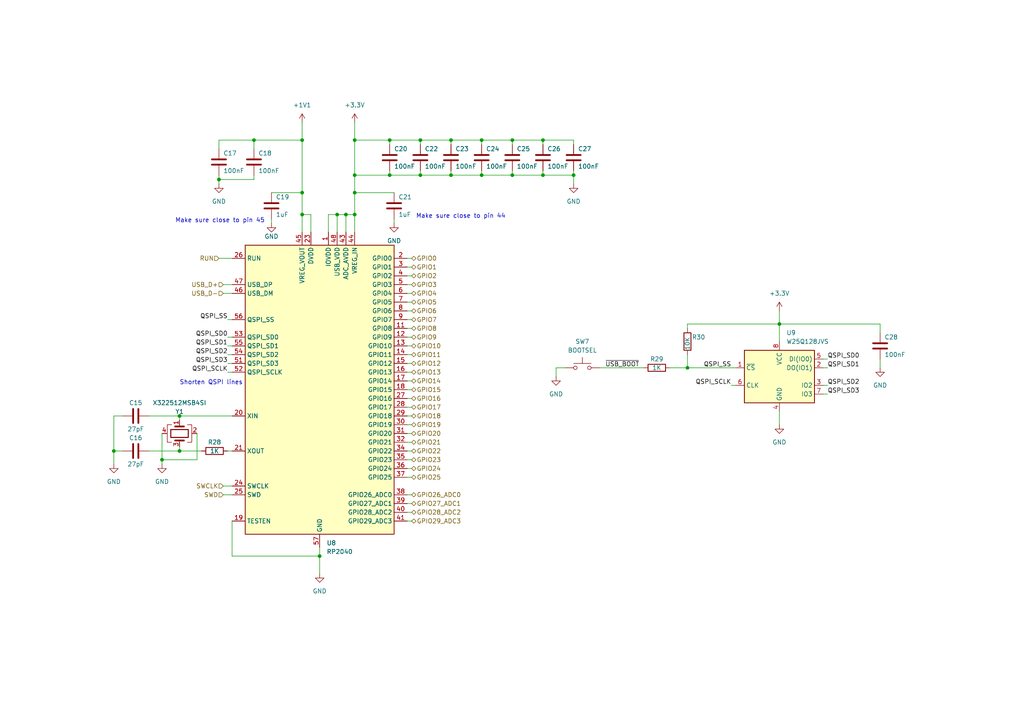
<source format=kicad_sch>
(kicad_sch (version 20211123) (generator eeschema)
  (paper "A4")
  (lib_symbols
    (symbol "Device:C" (pin_numbers hide) (pin_names (offset 0.254))
      (property "Reference" "C" (at 0.635 2.54 0))
      (property "Value" "C" (at 0.635 -2.54 0))
      (symbol "C_0_1"
        (polyline (pts (xy -2.032 -0.762) (xy 2.032 -0.762)) (stroke (width 0.508)))
        (polyline (pts (xy -2.032 0.762) (xy 2.032 0.762)) (stroke (width 0.508)))
      )
      (symbol "C_1_1"
        (pin passive line (at 0 3.81 270) (length 2.794) (name "~") (number "1"))
        (pin passive line (at 0 -3.81 90) (length 2.794) (name "~") (number "2"))
      )
    )
    (symbol "Device:Crystal_GND24" (pin_names (offset 1.016) hide)
      (property "Reference" "Y" (at 3.175 5.08 0))
      (property "Value" "Crystal_GND24" (at 3.175 3.175 0))
      (symbol "Crystal_GND24_0_1"
        (rectangle (start -1.143 2.54) (end 1.143 -2.54) (stroke (width 0.3048)))
        (polyline (pts (xy -2.54 0) (xy -2.032 0)))
        (polyline (pts (xy -2.032 -1.27) (xy -2.032 1.27)) (stroke (width 0.508)))
        (polyline (pts (xy 0 -3.81) (xy 0 -3.556)))
        (polyline (pts (xy 0 3.556) (xy 0 3.81)))
        (polyline (pts (xy 2.032 -1.27) (xy 2.032 1.27)) (stroke (width 0.508)))
        (polyline (pts (xy 2.032 0) (xy 2.54 0)))
        (polyline (pts (xy -2.54 -2.286) (xy -2.54 -3.556) (xy 2.54 -3.556) (xy 2.54 -2.286)))
        (polyline (pts (xy -2.54 2.286) (xy -2.54 3.556) (xy 2.54 3.556) (xy 2.54 2.286)))
      )
      (symbol "Crystal_GND24_1_1"
        (pin passive line (at -3.81 0 0) (length 1.27) (name "1") (number "1"))
        (pin passive line (at 0 5.08 270) (length 1.27) (name "2") (number "2"))
        (pin passive line (at 3.81 0 180) (length 1.27) (name "3") (number "3"))
        (pin passive line (at 0 -5.08 90) (length 1.27) (name "4") (number "4"))
      )
    )
    (symbol "Device:R" (pin_numbers hide) (pin_names (offset 0))
      (property "Reference" "R" (at 2.032 0 90))
      (property "Value" "R" (at 0 0 90))
      (symbol "R_0_1"
        (rectangle (start -1.016 -2.54) (end 1.016 2.54) (stroke (width 0.254)))
      )
      (symbol "R_1_1"
        (pin passive line (at 0 3.81 270) (length 1.27) (name "~") (number "1"))
        (pin passive line (at 0 -3.81 90) (length 1.27) (name "~") (number "2"))
      )
    )
    (symbol "MCU_RaspberryPi:RP2040"
      (property "Reference" "U" (at 17.78 45.72 0))
      (property "Value" "RP2040" (at 17.78 43.18 0))
      (symbol "RP2040_0_1"
        (rectangle (start -21.59 41.91) (end 21.59 -41.91) (stroke (width 0.254)) (fill (type background)))
      )
      (symbol "RP2040_1_1"
        (pin power_in line (at 2.54 45.72 270) (length 3.81) (name "IOVDD") (number "1"))
        (pin passive line (at 2.54 45.72 270) (length 3.81) hide (name "IOVDD") (number "10"))
        (pin bidirectional line (at 25.4 17.78 180) (length 3.81) (name "GPIO8") (number "11"))
        (pin bidirectional line (at 25.4 15.24 180) (length 3.81) (name "GPIO9") (number "12"))
        (pin bidirectional line (at 25.4 12.7 180) (length 3.81) (name "GPIO10") (number "13"))
        (pin bidirectional line (at 25.4 10.16 180) (length 3.81) (name "GPIO11") (number "14"))
        (pin bidirectional line (at 25.4 7.62 180) (length 3.81) (name "GPIO12") (number "15"))
        (pin bidirectional line (at 25.4 5.08 180) (length 3.81) (name "GPIO13") (number "16"))
        (pin bidirectional line (at 25.4 2.54 180) (length 3.81) (name "GPIO14") (number "17"))
        (pin bidirectional line (at 25.4 0 180) (length 3.81) (name "GPIO15") (number "18"))
        (pin input line (at -25.4 -38.1 0) (length 3.81) (name "TESTEN") (number "19"))
        (pin bidirectional line (at 25.4 38.1 180) (length 3.81) (name "GPIO0") (number "2"))
        (pin input line (at -25.4 -7.62 0) (length 3.81) (name "XIN") (number "20"))
        (pin passive line (at -25.4 -17.78 0) (length 3.81) (name "XOUT") (number "21"))
        (pin passive line (at 2.54 45.72 270) (length 3.81) hide (name "IOVDD") (number "22"))
        (pin power_in line (at -2.54 45.72 270) (length 3.81) (name "DVDD") (number "23"))
        (pin output line (at -25.4 -27.94 0) (length 3.81) (name "SWCLK") (number "24"))
        (pin bidirectional line (at -25.4 -30.48 0) (length 3.81) (name "SWD") (number "25"))
        (pin input line (at -25.4 38.1 0) (length 3.81) (name "RUN") (number "26"))
        (pin bidirectional line (at 25.4 -2.54 180) (length 3.81) (name "GPIO16") (number "27"))
        (pin bidirectional line (at 25.4 -5.08 180) (length 3.81) (name "GPIO17") (number "28"))
        (pin bidirectional line (at 25.4 -7.62 180) (length 3.81) (name "GPIO18") (number "29"))
        (pin bidirectional line (at 25.4 35.56 180) (length 3.81) (name "GPIO1") (number "3"))
        (pin bidirectional line (at 25.4 -10.16 180) (length 3.81) (name "GPIO19") (number "30"))
        (pin bidirectional line (at 25.4 -12.7 180) (length 3.81) (name "GPIO20") (number "31"))
        (pin bidirectional line (at 25.4 -15.24 180) (length 3.81) (name "GPIO21") (number "32"))
        (pin passive line (at 2.54 45.72 270) (length 3.81) hide (name "IOVDD") (number "33"))
        (pin bidirectional line (at 25.4 -17.78 180) (length 3.81) (name "GPIO22") (number "34"))
        (pin bidirectional line (at 25.4 -20.32 180) (length 3.81) (name "GPIO23") (number "35"))
        (pin bidirectional line (at 25.4 -22.86 180) (length 3.81) (name "GPIO24") (number "36"))
        (pin bidirectional line (at 25.4 -25.4 180) (length 3.81) (name "GPIO25") (number "37"))
        (pin bidirectional line (at 25.4 -30.48 180) (length 3.81) (name "GPIO26_ADC0") (number "38"))
        (pin bidirectional line (at 25.4 -33.02 180) (length 3.81) (name "GPIO27_ADC1") (number "39"))
        (pin bidirectional line (at 25.4 33.02 180) (length 3.81) (name "GPIO2") (number "4"))
        (pin bidirectional line (at 25.4 -35.56 180) (length 3.81) (name "GPIO28_ADC2") (number "40"))
        (pin bidirectional line (at 25.4 -38.1 180) (length 3.81) (name "GPIO29_ADC3") (number "41"))
        (pin passive line (at 2.54 45.72 270) (length 3.81) hide (name "IOVDD") (number "42"))
        (pin power_in line (at 7.62 45.72 270) (length 3.81) (name "ADC_AVDD") (number "43"))
        (pin power_in line (at 10.16 45.72 270) (length 3.81) (name "VREG_IN") (number "44"))
        (pin power_out line (at -5.08 45.72 270) (length 3.81) (name "VREG_VOUT") (number "45"))
        (pin bidirectional line (at -25.4 27.94 0) (length 3.81) (name "USB_DM") (number "46"))
        (pin bidirectional line (at -25.4 30.48 0) (length 3.81) (name "USB_DP") (number "47"))
        (pin power_in line (at 5.08 45.72 270) (length 3.81) (name "USB_VDD") (number "48"))
        (pin passive line (at 2.54 45.72 270) (length 3.81) hide (name "IOVDD") (number "49"))
        (pin bidirectional line (at 25.4 30.48 180) (length 3.81) (name "GPIO3") (number "5"))
        (pin passive line (at -2.54 45.72 270) (length 3.81) hide (name "DVDD") (number "50"))
        (pin bidirectional line (at -25.4 7.62 0) (length 3.81) (name "QSPI_SD3") (number "51"))
        (pin output line (at -25.4 5.08 0) (length 3.81) (name "QSPI_SCLK") (number "52"))
        (pin bidirectional line (at -25.4 15.24 0) (length 3.81) (name "QSPI_SD0") (number "53"))
        (pin bidirectional line (at -25.4 10.16 0) (length 3.81) (name "QSPI_SD2") (number "54"))
        (pin bidirectional line (at -25.4 12.7 0) (length 3.81) (name "QSPI_SD1") (number "55"))
        (pin bidirectional line (at -25.4 20.32 0) (length 3.81) (name "QSPI_SS") (number "56"))
        (pin power_in line (at 0 -45.72 90) (length 3.81) (name "GND") (number "57"))
        (pin bidirectional line (at 25.4 27.94 180) (length 3.81) (name "GPIO4") (number "6"))
        (pin bidirectional line (at 25.4 25.4 180) (length 3.81) (name "GPIO5") (number "7"))
        (pin bidirectional line (at 25.4 22.86 180) (length 3.81) (name "GPIO6") (number "8"))
        (pin bidirectional line (at 25.4 20.32 180) (length 3.81) (name "GPIO7") (number "9"))
      )
    )
    (symbol "Memory_Flash:W25Q128JVS"
      (property "Reference" "U" (at -8.89 8.89 0))
      (property "Value" "W25Q128JVS" (at 7.62 8.89 0))
      (symbol "W25Q128JVS_0_1"
        (rectangle (start -10.16 7.62) (end 10.16 -7.62) (stroke (width 0.254)) (fill (type background)))
      )
      (symbol "W25Q128JVS_1_1"
        (pin input line (at -12.7 2.54 0) (length 2.54) (name "~{CS}") (number "1"))
        (pin bidirectional line (at 12.7 2.54 180) (length 2.54) (name "DO(IO1)") (number "2"))
        (pin bidirectional line (at 12.7 -2.54 180) (length 2.54) (name "IO2") (number "3"))
        (pin power_in line (at 0 -10.16 90) (length 2.54) (name "GND") (number "4"))
        (pin bidirectional line (at 12.7 5.08 180) (length 2.54) (name "DI(IO0)") (number "5"))
        (pin input line (at -12.7 -2.54 0) (length 2.54) (name "CLK") (number "6"))
        (pin bidirectional line (at 12.7 -5.08 180) (length 2.54) (name "IO3") (number "7"))
        (pin power_in line (at 0 10.16 270) (length 2.54) (name "VCC") (number "8"))
      )
    )
    (symbol "Switch:SW_Push" (pin_numbers hide) (pin_names (offset 1.016) hide)
      (property "Reference" "SW" (at 1.27 2.54 0))
      (property "Value" "SW_Push" (at 0 -1.524 0))
      (symbol "SW_Push_0_1"
        (circle (center -2.032 0) (radius 0.508))
        (polyline (pts (xy 0 1.27) (xy 0 3.048)))
        (polyline (pts (xy 2.54 1.27) (xy -2.54 1.27)))
        (circle (center 2.032 0) (radius 0.508))
        (pin passive line (at -5.08 0 0) (length 2.54) (name "1") (number "1"))
        (pin passive line (at 5.08 0 180) (length 2.54) (name "2") (number "2"))
      )
    )
    (symbol "power:+1V1" (power) (pin_names (offset 0))
      (property "Value" "+1V1" (at 0 3.556 0))
      (symbol "+1V1_0_1"
        (polyline (pts (xy -0.762 1.27) (xy 0 2.54)))
        (polyline (pts (xy 0 0) (xy 0 2.54)))
        (polyline (pts (xy 0 2.54) (xy 0.762 1.27)))
      )
      (symbol "+1V1_1_1"
        (pin power_in line (at 0 0 90) (length 0) hide (name "+1V1") (number "1"))
      )
    )
    (symbol "power:+3.3V" (power) (pin_names (offset 0))
      (property "Value" "+3.3V" (at 0 3.556 0))
      (symbol "+3.3V_0_1"
        (polyline (pts (xy -0.762 1.27) (xy 0 2.54)))
        (polyline (pts (xy 0 0) (xy 0 2.54)))
        (polyline (pts (xy 0 2.54) (xy 0.762 1.27)))
      )
      (symbol "+3.3V_1_1"
        (pin power_in line (at 0 0 90) (length 0) hide (name "+3.3V") (number "1"))
      )
    )
    (symbol "power:GND" (power) (pin_names (offset 0))
      (property "Value" "GND" (at 0 -3.81 0))
      (symbol "GND_0_1"
        (polyline (pts (xy 0 0) (xy 0 -1.27) (xy 1.27 -1.27) (xy 0 -2.54) (xy -1.27 -1.27) (xy 0 -1.27)))
      )
      (symbol "GND_1_1"
        (pin power_in line (at 0 0 270) (length 0) hide (name "GND") (number "1"))
      )
    )
  )
  (junction (at 100.33 62.23))
  (junction (at 121.92 50.8))
  (junction (at 87.63 55.88))
  (junction (at 87.63 62.23))
  (junction (at 52.07 130.81))
  (junction (at 113.03 40.64))
  (junction (at 33.02 130.81))
  (junction (at 73.66 40.64))
  (junction (at 52.07 120.65))
  (junction (at 63.5 52.07))
  (junction (at 139.7 50.8))
  (junction (at 166.37 50.8))
  (junction (at 139.7 40.64))
  (junction (at 157.48 50.8))
  (junction (at 148.59 50.8))
  (junction (at 121.92 40.64))
  (junction (at 102.87 40.64))
  (junction (at 97.79 62.23))
  (junction (at 102.87 55.88))
  (junction (at 113.03 50.8))
  (junction (at 199.39 106.68))
  (junction (at 102.87 50.8))
  (junction (at 46.99 133.35))
  (junction (at 92.71 161.29))
  (junction (at 130.81 50.8))
  (junction (at 102.87 62.23))
  (junction (at 130.81 40.64))
  (junction (at 226.06 93.98))
  (junction (at 148.59 40.64))
  (junction (at 157.48 40.64))
  (junction (at 87.63 40.64))
  (wire (pts (xy 64.77 82.55) (xy 67.31 82.55)))
  (wire (pts (xy 148.59 40.64) (xy 148.59 41.91)))
  (wire (pts (xy 73.66 50.8) (xy 73.66 52.07)))
  (wire (pts (xy 63.5 74.93) (xy 67.31 74.93)))
  (wire (pts (xy 118.11 138.43) (xy 119.38 138.43)))
  (wire (pts (xy 118.11 82.55) (xy 119.38 82.55)))
  (wire (pts (xy 90.17 62.23) (xy 87.63 62.23)))
  (wire (pts (xy 157.48 40.64) (xy 157.48 41.91)))
  (wire (pts (xy 64.77 143.51) (xy 67.31 143.51)))
  (wire (pts (xy 33.02 130.81) (xy 33.02 134.62)))
  (wire (pts (xy 113.03 50.8) (xy 113.03 49.53)))
  (wire (pts (xy 87.63 35.56) (xy 87.63 40.64)))
  (wire (pts (xy 113.03 40.64) (xy 113.03 41.91)))
  (wire (pts (xy 64.77 140.97) (xy 67.31 140.97)))
  (wire (pts (xy 118.11 102.87) (xy 119.38 102.87)))
  (wire (pts (xy 63.5 43.18) (xy 63.5 40.64)))
  (wire (pts (xy 66.04 107.95) (xy 67.31 107.95)))
  (wire (pts (xy 63.5 52.07) (xy 63.5 53.34)))
  (wire (pts (xy 121.92 50.8) (xy 130.81 50.8)))
  (wire (pts (xy 95.25 67.31) (xy 95.25 62.23)))
  (wire (pts (xy 118.11 120.65) (xy 119.38 120.65)))
  (wire (pts (xy 255.27 104.14) (xy 255.27 106.68)))
  (wire (pts (xy 118.11 105.41) (xy 119.38 105.41)))
  (wire (pts (xy 118.11 74.93) (xy 119.38 74.93)))
  (wire (pts (xy 130.81 40.64) (xy 139.7 40.64)))
  (wire (pts (xy 73.66 43.18) (xy 73.66 40.64)))
  (wire (pts (xy 64.77 85.09) (xy 67.31 85.09)))
  (wire (pts (xy 102.87 55.88) (xy 102.87 50.8)))
  (wire (pts (xy 157.48 50.8) (xy 157.48 49.53)))
  (wire (pts (xy 95.25 62.23) (xy 97.79 62.23)))
  (wire (pts (xy 102.87 62.23) (xy 102.87 55.88)))
  (wire (pts (xy 52.07 121.92) (xy 52.07 120.65)))
  (wire (pts (xy 63.5 40.64) (xy 73.66 40.64)))
  (wire (pts (xy 102.87 67.31) (xy 102.87 62.23)))
  (wire (pts (xy 33.02 130.81) (xy 35.56 130.81)))
  (wire (pts (xy 118.11 128.27) (xy 119.38 128.27)))
  (wire (pts (xy 121.92 40.64) (xy 121.92 41.91)))
  (wire (pts (xy 118.11 113.03) (xy 119.38 113.03)))
  (wire (pts (xy 226.06 90.17) (xy 226.06 93.98)))
  (wire (pts (xy 118.11 87.63) (xy 119.38 87.63)))
  (wire (pts (xy 92.71 161.29) (xy 92.71 166.37)))
  (wire (pts (xy 90.17 67.31) (xy 90.17 62.23)))
  (wire (pts (xy 118.11 92.71) (xy 119.38 92.71)))
  (wire (pts (xy 139.7 40.64) (xy 148.59 40.64)))
  (wire (pts (xy 118.11 115.57) (xy 119.38 115.57)))
  (wire (pts (xy 121.92 40.64) (xy 130.81 40.64)))
  (wire (pts (xy 161.29 106.68) (xy 161.29 109.22)))
  (wire (pts (xy 66.04 92.71) (xy 67.31 92.71)))
  (wire (pts (xy 66.04 102.87) (xy 67.31 102.87)))
  (wire (pts (xy 118.11 125.73) (xy 119.38 125.73)))
  (wire (pts (xy 118.11 151.13) (xy 119.38 151.13)))
  (wire (pts (xy 102.87 40.64) (xy 102.87 35.56)))
  (wire (pts (xy 73.66 52.07) (xy 63.5 52.07)))
  (wire (pts (xy 118.11 135.89) (xy 119.38 135.89)))
  (wire (pts (xy 113.03 40.64) (xy 121.92 40.64)))
  (wire (pts (xy 139.7 40.64) (xy 139.7 41.91)))
  (wire (pts (xy 35.56 120.65) (xy 33.02 120.65)))
  (wire (pts (xy 118.11 130.81) (xy 119.38 130.81)))
  (wire (pts (xy 148.59 50.8) (xy 148.59 49.53)))
  (wire (pts (xy 148.59 50.8) (xy 157.48 50.8)))
  (wire (pts (xy 118.11 100.33) (xy 119.38 100.33)))
  (wire (pts (xy 66.04 100.33) (xy 67.31 100.33)))
  (wire (pts (xy 194.31 106.68) (xy 199.39 106.68)))
  (wire (pts (xy 118.11 123.19) (xy 119.38 123.19)))
  (wire (pts (xy 57.15 133.35) (xy 46.99 133.35)))
  (wire (pts (xy 226.06 93.98) (xy 255.27 93.98)))
  (wire (pts (xy 78.74 64.77) (xy 78.74 63.5)))
  (wire (pts (xy 238.76 114.3) (xy 240.03 114.3)))
  (wire (pts (xy 199.39 93.98) (xy 199.39 95.25)))
  (wire (pts (xy 46.99 133.35) (xy 46.99 134.62)))
  (wire (pts (xy 97.79 62.23) (xy 100.33 62.23)))
  (wire (pts (xy 255.27 93.98) (xy 255.27 96.52)))
  (wire (pts (xy 118.11 77.47) (xy 119.38 77.47)))
  (wire (pts (xy 173.99 106.68) (xy 186.69 106.68)))
  (wire (pts (xy 102.87 40.64) (xy 113.03 40.64)))
  (wire (pts (xy 212.09 111.76) (xy 213.36 111.76)))
  (wire (pts (xy 66.04 105.41) (xy 67.31 105.41)))
  (wire (pts (xy 163.83 106.68) (xy 161.29 106.68)))
  (wire (pts (xy 73.66 40.64) (xy 87.63 40.64)))
  (wire (pts (xy 118.11 107.95) (xy 119.38 107.95)))
  (wire (pts (xy 238.76 111.76) (xy 240.03 111.76)))
  (wire (pts (xy 52.07 120.65) (xy 67.31 120.65)))
  (wire (pts (xy 33.02 120.65) (xy 33.02 130.81)))
  (wire (pts (xy 148.59 40.64) (xy 157.48 40.64)))
  (wire (pts (xy 46.99 125.73) (xy 46.99 133.35)))
  (wire (pts (xy 238.76 106.68) (xy 240.03 106.68)))
  (wire (pts (xy 157.48 40.64) (xy 166.37 40.64)))
  (wire (pts (xy 43.18 120.65) (xy 52.07 120.65)))
  (wire (pts (xy 226.06 93.98) (xy 226.06 99.06)))
  (wire (pts (xy 92.71 158.75) (xy 92.71 161.29)))
  (wire (pts (xy 118.11 118.11) (xy 119.38 118.11)))
  (wire (pts (xy 166.37 40.64) (xy 166.37 41.91)))
  (wire (pts (xy 166.37 50.8) (xy 166.37 53.34)))
  (wire (pts (xy 67.31 151.13) (xy 67.31 161.29)))
  (wire (pts (xy 57.15 125.73) (xy 57.15 133.35)))
  (wire (pts (xy 118.11 143.51) (xy 119.38 143.51)))
  (wire (pts (xy 66.04 97.79) (xy 67.31 97.79)))
  (wire (pts (xy 66.04 130.81) (xy 67.31 130.81)))
  (wire (pts (xy 118.11 133.35) (xy 119.38 133.35)))
  (wire (pts (xy 118.11 80.01) (xy 119.38 80.01)))
  (wire (pts (xy 114.3 63.5) (xy 114.3 64.77)))
  (wire (pts (xy 52.07 130.81) (xy 58.42 130.81)))
  (wire (pts (xy 118.11 146.05) (xy 119.38 146.05)))
  (wire (pts (xy 118.11 85.09) (xy 119.38 85.09)))
  (wire (pts (xy 121.92 50.8) (xy 121.92 49.53)))
  (wire (pts (xy 43.18 130.81) (xy 52.07 130.81)))
  (wire (pts (xy 226.06 119.38) (xy 226.06 123.19)))
  (wire (pts (xy 139.7 50.8) (xy 139.7 49.53)))
  (wire (pts (xy 87.63 62.23) (xy 87.63 67.31)))
  (wire (pts (xy 118.11 148.59) (xy 119.38 148.59)))
  (wire (pts (xy 113.03 50.8) (xy 121.92 50.8)))
  (wire (pts (xy 199.39 102.87) (xy 199.39 106.68)))
  (wire (pts (xy 63.5 50.8) (xy 63.5 52.07)))
  (wire (pts (xy 139.7 50.8) (xy 148.59 50.8)))
  (wire (pts (xy 238.76 104.14) (xy 240.03 104.14)))
  (wire (pts (xy 52.07 129.54) (xy 52.07 130.81)))
  (wire (pts (xy 100.33 67.31) (xy 100.33 62.23)))
  (wire (pts (xy 118.11 95.25) (xy 119.38 95.25)))
  (wire (pts (xy 130.81 50.8) (xy 139.7 50.8)))
  (wire (pts (xy 87.63 55.88) (xy 87.63 62.23)))
  (wire (pts (xy 87.63 40.64) (xy 87.63 55.88)))
  (wire (pts (xy 199.39 93.98) (xy 226.06 93.98)))
  (wire (pts (xy 199.39 106.68) (xy 213.36 106.68)))
  (wire (pts (xy 166.37 50.8) (xy 166.37 49.53)))
  (wire (pts (xy 100.33 62.23) (xy 102.87 62.23)))
  (wire (pts (xy 130.81 40.64) (xy 130.81 41.91)))
  (wire (pts (xy 102.87 40.64) (xy 102.87 50.8)))
  (wire (pts (xy 102.87 50.8) (xy 113.03 50.8)))
  (wire (pts (xy 157.48 50.8) (xy 166.37 50.8)))
  (wire (pts (xy 118.11 97.79) (xy 119.38 97.79)))
  (wire (pts (xy 97.79 67.31) (xy 97.79 62.23)))
  (wire (pts (xy 67.31 161.29) (xy 92.71 161.29)))
  (wire (pts (xy 118.11 110.49) (xy 119.38 110.49)))
  (wire (pts (xy 130.81 50.8) (xy 130.81 49.53)))
  (wire (pts (xy 102.87 55.88) (xy 114.3 55.88)))
  (wire (pts (xy 78.74 55.88) (xy 87.63 55.88)))
  (wire (pts (xy 118.11 90.17) (xy 119.38 90.17)))
  (text "Shorten QSPI lines" (at 52.07 111.76 0) (effects (font (size 1.27 1.27)) (justify left bottom)))
  (text "Make sure close to pin 44" (at 120.65 63.5 0) (effects (font (size 1.27 1.27)) (justify left bottom)))
  (text "Make sure close to pin 45" (at 50.8 64.77 0) (effects (font (size 1.27 1.27)) (justify left bottom)))
  (label "QSPI_SD0" (at 66.04 97.79 180))
  (label "QSPI_SS" (at 212.09 106.68 180))
  (label "QSPI_SD3" (at 66.04 105.41 180))
  (label "QSPI_SD3" (at 240.03 114.3 0))
  (label "QSPI_SCLK" (at 212.09 111.76 180))
  (label "QSPI_SD2" (at 66.04 102.87 180))
  (label "QSPI_SD0" (at 240.03 104.14 0))
  (label "QSPI_SCLK" (at 66.04 107.95 180))
  (label "QSPI_SD2" (at 240.03 111.76 0))
  (label "QSPI_SD1" (at 240.03 106.68 0))
  (label "QSPI_SS" (at 66.04 92.71 180))
  (label "~{USB_BOOT}" (at 185.42 106.68 180))
  (label "QSPI_SD1" (at 66.04 100.33 180))
  (hierarchical_label "GPIO25" (shape bidirectional) (at 119.38 138.43 0))
  (hierarchical_label "SWD" (shape input) (at 64.77 143.51 180))
  (hierarchical_label "GPIO23" (shape bidirectional) (at 119.38 133.35 0))
  (hierarchical_label "GPIO18" (shape bidirectional) (at 119.38 120.65 0))
  (hierarchical_label "GPIO1" (shape bidirectional) (at 119.38 77.47 0))
  (hierarchical_label "GPIO10" (shape bidirectional) (at 119.38 100.33 0))
  (hierarchical_label "GPIO8" (shape bidirectional) (at 119.38 95.25 0))
  (hierarchical_label "GPIO29_ADC3" (shape bidirectional) (at 119.38 151.13 0))
  (hierarchical_label "GPIO6" (shape bidirectional) (at 119.38 90.17 0))
  (hierarchical_label "GPIO13" (shape bidirectional) (at 119.38 107.95 0))
  (hierarchical_label "GPIO16" (shape bidirectional) (at 119.38 115.57 0))
  (hierarchical_label "GPIO11" (shape bidirectional) (at 119.38 102.87 0))
  (hierarchical_label "GPIO3" (shape bidirectional) (at 119.38 82.55 0))
  (hierarchical_label "GPIO27_ADC1" (shape bidirectional) (at 119.38 146.05 0))
  (hierarchical_label "GPIO5" (shape bidirectional) (at 119.38 87.63 0))
  (hierarchical_label "SWCLK" (shape input) (at 64.77 140.97 180))
  (hierarchical_label "GPIO7" (shape bidirectional) (at 119.38 92.71 0))
  (hierarchical_label "GPIO12" (shape bidirectional) (at 119.38 105.41 0))
  (hierarchical_label "GPIO24" (shape bidirectional) (at 119.38 135.89 0))
  (hierarchical_label "RUN" (shape input) (at 63.5 74.93 180))
  (hierarchical_label "GPIO17" (shape bidirectional) (at 119.38 118.11 0))
  (hierarchical_label "GPIO26_ADC0" (shape bidirectional) (at 119.38 143.51 0))
  (hierarchical_label "GPIO0" (shape bidirectional) (at 119.38 74.93 0))
  (hierarchical_label "GPIO21" (shape bidirectional) (at 119.38 128.27 0))
  (hierarchical_label "GPIO4" (shape bidirectional) (at 119.38 85.09 0))
  (hierarchical_label "GPIO14" (shape bidirectional) (at 119.38 110.49 0))
  (hierarchical_label "GPIO28_ADC2" (shape bidirectional) (at 119.38 148.59 0))
  (hierarchical_label "GPIO22" (shape bidirectional) (at 119.38 130.81 0))
  (hierarchical_label "GPIO9" (shape bidirectional) (at 119.38 97.79 0))
  (hierarchical_label "GPIO15" (shape bidirectional) (at 119.38 113.03 0))
  (hierarchical_label "USB_D-" (shape input) (at 64.77 85.09 180))
  (hierarchical_label "GPIO2" (shape bidirectional) (at 119.38 80.01 0))
  (hierarchical_label "USB_D+" (shape input) (at 64.77 82.55 180))
  (hierarchical_label "GPIO19" (shape bidirectional) (at 119.38 123.19 0))
  (hierarchical_label "GPIO20" (shape bidirectional) (at 119.38 125.73 0))
  (symbol (lib_id "power:GND") (at 46.99 134.62 0) (unit 1)
    (property "Reference" "#PWR017" (effects hide))
    (property "Value" "GND" (at 46.99 139.7 0))
  )
  (symbol (lib_id "Device:R") (at 199.39 99.06 0) (unit 1)
    (property "Reference" "R30" (at 200.66 97.79 0) (effects (justify left)))
    (property "Value" "10K" (at 199.39 101.6 90) (effects (justify left)))
    (property "Footprint" "Resistor_SMD:R_0805_2012Metric" (effects hide))
    (property "Vendor" "C17414" (effects hide))
  )
  (symbol (lib_id "power:GND") (at 114.3 64.77 0) (unit 1)
    (property "Reference" "#PWR023" (effects hide))
    (property "Value" "GND" (at 114.3 69.85 0))
  )
  (symbol (lib_id "Memory_Flash:W25Q128JVS") (at 226.06 109.22 0) (unit 1)
    (property "Reference" "U9" (at 228.0794 96.52 0) (effects (justify left)))
    (property "Value" "W25Q128JVS" (at 228.0794 99.06 0) (effects (justify left)))
    (property "Footprint" "Package_SO:SOIC-8_5.23x5.23mm_P1.27mm" (effects hide))
    (property "Datasheet" "http://www.winbond.com/resource-files/w25q128jv_dtr%20revc%2003272018%20plus.pdf" (effects hide))
    (property "Vendor" "C97521" (effects hide))
  )
  (symbol (lib_id "Device:C") (at 255.27 100.33 0) (unit 1)
    (property "Reference" "C28" (at 256.54 97.79 0) (effects (justify left)))
    (property "Value" "100nF" (at 256.54 102.87 0) (effects (justify left)))
    (property "Footprint" "Capacitor_SMD:C_0805_2012Metric" (effects hide))
  )
  (symbol (lib_id "Device:C") (at 63.5 46.99 0) (unit 1)
    (property "Reference" "C17" (at 64.77 44.45 0) (effects (justify left)))
    (property "Value" "100nF" (at 64.77 49.53 0) (effects (justify left)))
    (property "Footprint" "Capacitor_SMD:C_0805_2012Metric" (effects hide))
  )
  (symbol (lib_id "Device:C") (at 73.66 46.99 0) (unit 1)
    (property "Reference" "C18" (at 74.93 44.45 0) (effects (justify left)))
    (property "Value" "100nF" (at 74.93 49.53 0) (effects (justify left)))
    (property "Footprint" "Capacitor_SMD:C_0805_2012Metric" (effects hide))
  )
  (symbol (lib_id "Device:C") (at 78.74 59.69 0) (unit 1)
    (property "Reference" "C19" (at 80.01 57.15 0) (effects (justify left)))
    (property "Value" "1uF" (at 80.01 62.23 0) (effects (justify left)))
    (property "Footprint" "Capacitor_SMD:C_0805_2012Metric" (effects hide))
  )
  (symbol (lib_id "Device:C") (at 139.7 45.72 0) (unit 1)
    (property "Reference" "C24" (at 140.97 43.18 0) (effects (justify left)))
    (property "Value" "100nF" (at 140.97 48.26 0) (effects (justify left)))
    (property "Footprint" "Capacitor_SMD:C_0805_2012Metric" (effects hide))
  )
  (symbol (lib_id "power:GND") (at 166.37 53.34 0) (unit 1)
    (property "Reference" "#PWR025" (effects hide))
    (property "Value" "GND" (at 166.37 58.42 0))
  )
  (symbol (lib_id "power:+3.3V") (at 226.06 90.17 0) (unit 1)
    (property "Reference" "#PWR026" (effects hide))
    (property "Value" "+3.3V" (at 226.06 85.09 0))
  )
  (symbol (lib_id "Device:C") (at 39.37 120.65 90) (unit 1)
    (property "Reference" "C15" (at 39.37 116.84 90))
    (property "Value" "27pF" (at 39.37 124.46 90))
    (property "Footprint" "Capacitor_SMD:C_0805_2012Metric" (effects hide))
  )
  (symbol (lib_id "power:GND") (at 161.29 109.22 0) (unit 1)
    (property "Reference" "#PWR024" (effects hide))
    (property "Value" "GND" (at 161.29 114.3 0))
  )
  (symbol (lib_id "power:GND") (at 78.74 64.77 0) (unit 1)
    (property "Reference" "#PWR019" (effects hide))
    (property "Value" "GND" (at 78.74 68.58 0))
  )
  (symbol (lib_id "Device:R") (at 62.23 130.81 90) (unit 1)
    (property "Reference" "R28" (at 62.23 128.27 90))
    (property "Value" "1K" (at 62.23 130.81 90))
    (property "Footprint" "Resistor_SMD:R_0805_2012Metric" (effects hide))
    (property "Vendor" "C17513" (effects hide))
  )
  (symbol (lib_id "Device:C") (at 113.03 45.72 0) (unit 1)
    (property "Reference" "C20" (at 114.3 43.18 0) (effects (justify left)))
    (property "Value" "100nF" (at 114.3 48.26 0) (effects (justify left)))
    (property "Footprint" "Capacitor_SMD:C_0805_2012Metric" (effects hide))
  )
  (symbol (lib_id "power:GND") (at 63.5 53.34 0) (unit 1)
    (property "Reference" "#PWR018" (effects hide))
    (property "Value" "GND" (at 63.5 58.42 0))
  )
  (symbol (lib_id "power:+1V1") (at 87.63 35.56 0) (unit 1)
    (property "Reference" "#PWR020" (effects hide))
    (property "Value" "+1V1" (at 87.63 30.48 0))
  )
  (symbol (lib_id "Device:C") (at 39.37 130.81 270) (unit 1)
    (property "Reference" "C16" (at 39.37 127 90))
    (property "Value" "27pF" (at 39.37 134.62 90))
    (property "Footprint" "Capacitor_SMD:C_0805_2012Metric" (effects hide))
  )
  (symbol (lib_id "Device:Crystal_GND24") (at 52.07 125.73 270) (unit 1)
    (property "Reference" "Y1" (at 52.07 119.38 90))
    (property "Value" "X322512MSB4SI" (at 52.07 116.84 90))
    (property "Footprint" "Crystal:Crystal_SMD_3225-4Pin_3.2x2.5mm" (effects hide))
    (property "Datasheet" "https://wmsc.lcsc.com/wmsc/upload/file/pdf/v2/lcsc/2403291504_YXC-X322512MSB4SI_C9002.pdf" (effects hide))
    (property "Vendor" "C9002" (effects hide))
  )
  (symbol (lib_id "Device:R") (at 190.5 106.68 90) (unit 1)
    (property "Reference" "R29" (at 190.5 104.14 90))
    (property "Value" "1K" (at 190.5 106.68 90))
    (property "Footprint" "Resistor_SMD:R_0805_2012Metric" (effects hide))
    (property "Vendor" "C17513" (effects hide))
  )
  (symbol (lib_id "power:GND") (at 92.71 166.37 0) (unit 1)
    (property "Reference" "#PWR021" (effects hide))
    (property "Value" "GND" (at 92.71 171.45 0))
  )
  (symbol (lib_id "power:GND") (at 255.27 106.68 0) (unit 1)
    (property "Reference" "#PWR028" (effects hide))
    (property "Value" "GND" (at 255.27 111.76 0))
  )
  (symbol (lib_id "Switch:SW_Push") (at 168.91 106.68 0) (unit 1)
    (property "Reference" "SW7" (at 168.91 99.06 0))
    (property "Value" "BOOTSEL" (at 168.91 101.6 0))
    (property "Vendor" "C318884" (effects hide))
  )
  (symbol (lib_id "power:GND") (at 33.02 134.62 0) (unit 1)
    (property "Reference" "#PWR016" (effects hide))
    (property "Value" "GND" (at 33.02 139.7 0))
  )
  (symbol (lib_id "Device:C") (at 114.3 59.69 0) (unit 1)
    (property "Reference" "C21" (at 115.57 57.15 0) (effects (justify left)))
    (property "Value" "1uF" (at 115.57 62.23 0) (effects (justify left)))
    (property "Footprint" "Capacitor_SMD:C_0805_2012Metric" (effects hide))
  )
  (symbol (lib_id "MCU_RaspberryPi:RP2040") (at 92.71 113.03 0) (unit 1)
    (property "Reference" "U8" (at 94.7294 157.48 0) (effects (justify left)))
    (property "Value" "RP2040" (at 94.7294 160.02 0) (effects (justify left)))
    (property "Footprint" "Package_DFN_QFN:QFN-56-1EP_7x7mm_P0.4mm_EP3.2x3.2mm" (effects hide))
    (property "Datasheet" "https://datasheets.raspberrypi.com/rp2040/rp2040-datasheet.pdf" (effects hide))
  )
  (symbol (lib_id "Device:C") (at 157.48 45.72 0) (unit 1)
    (property "Reference" "C26" (at 158.75 43.18 0) (effects (justify left)))
    (property "Value" "100nF" (at 158.75 48.26 0) (effects (justify left)))
    (property "Footprint" "Capacitor_SMD:C_0805_2012Metric" (effects hide))
  )
  (symbol (lib_id "power:+3.3V") (at 102.87 35.56 0) (unit 1)
    (property "Reference" "#PWR022" (effects hide))
    (property "Value" "+3.3V" (at 102.87 30.48 0))
  )
  (symbol (lib_id "power:GND") (at 226.06 123.19 0) (unit 1)
    (property "Reference" "#PWR027" (effects hide))
    (property "Value" "GND" (at 226.06 128.27 0))
  )
  (symbol (lib_id "Device:C") (at 166.37 45.72 0) (unit 1)
    (property "Reference" "C27" (at 167.64 43.18 0) (effects (justify left)))
    (property "Value" "100nF" (at 167.64 48.26 0) (effects (justify left)))
    (property "Footprint" "Capacitor_SMD:C_0805_2012Metric" (effects hide))
  )
  (symbol (lib_id "Device:C") (at 121.92 45.72 0) (unit 1)
    (property "Reference" "C22" (at 123.19 43.18 0) (effects (justify left)))
    (property "Value" "100nF" (at 123.19 48.26 0) (effects (justify left)))
    (property "Footprint" "Capacitor_SMD:C_0805_2012Metric" (effects hide))
  )
  (symbol (lib_id "Device:C") (at 148.59 45.72 0) (unit 1)
    (property "Reference" "C25" (at 149.86 43.18 0) (effects (justify left)))
    (property "Value" "100nF" (at 149.86 48.26 0) (effects (justify left)))
    (property "Footprint" "Capacitor_SMD:C_0805_2012Metric" (effects hide))
  )
  (symbol (lib_id "Device:C") (at 130.81 45.72 0) (unit 1)
    (property "Reference" "C23" (at 132.08 43.18 0) (effects (justify left)))
    (property "Value" "100nF" (at 132.08 48.26 0) (effects (justify left)))
    (property "Footprint" "Capacitor_SMD:C_0805_2012Metric" (effects hide))
  )
)
</source>
